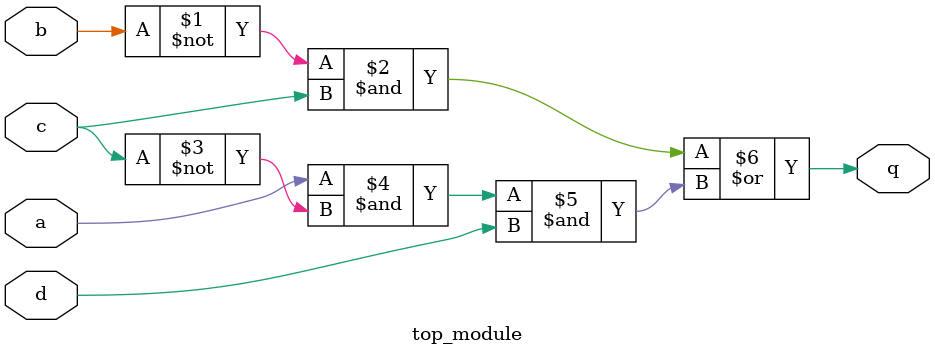
<source format=sv>
module top_module (
    input a,
    input b,
    input c,
    input d,
    output q
);

  assign q = (~b & c) | (a & ~c & d);
  
endmodule

</source>
